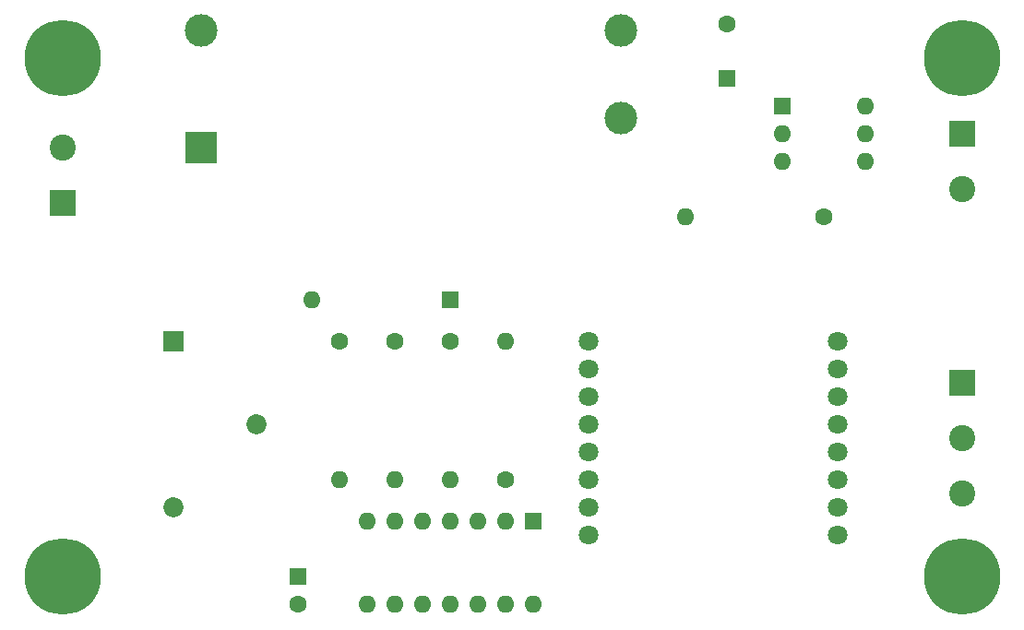
<source format=gbr>
%TF.GenerationSoftware,KiCad,Pcbnew,(5.1.10)-1*%
%TF.CreationDate,2022-05-21T15:35:01-04:00*%
%TF.ProjectId,Tool_Sensor,546f6f6c-5f53-4656-9e73-6f722e6b6963,rev?*%
%TF.SameCoordinates,Original*%
%TF.FileFunction,Soldermask,Bot*%
%TF.FilePolarity,Negative*%
%FSLAX46Y46*%
G04 Gerber Fmt 4.6, Leading zero omitted, Abs format (unit mm)*
G04 Created by KiCad (PCBNEW (5.1.10)-1) date 2022-05-21 15:35:01*
%MOMM*%
%LPD*%
G01*
G04 APERTURE LIST*
%ADD10C,1.850000*%
%ADD11R,1.850000X1.850000*%
%ADD12C,2.400000*%
%ADD13R,2.400000X2.400000*%
%ADD14R,3.000000X3.000000*%
%ADD15C,3.000000*%
%ADD16R,1.600000X1.600000*%
%ADD17O,1.600000X1.600000*%
%ADD18C,1.600000*%
%ADD19C,7.000000*%
%ADD20C,1.800000*%
G04 APERTURE END LIST*
D10*
%TO.C,T1*%
X109220000Y-118110000D03*
X101600000Y-125730000D03*
D11*
X101600000Y-110490000D03*
%TD*%
D12*
%TO.C,J1*%
X91440000Y-92710000D03*
D13*
X91440000Y-97790000D03*
%TD*%
%TO.C,J2*%
X173990000Y-114300000D03*
D12*
X173990000Y-119380000D03*
X173990000Y-124460000D03*
%TD*%
D13*
%TO.C,J3*%
X173990000Y-91440000D03*
D12*
X173990000Y-96520000D03*
%TD*%
D14*
%TO.C,PS1*%
X104140000Y-92710000D03*
D15*
X142640000Y-89960000D03*
X104140000Y-81960000D03*
X142640000Y-81960000D03*
%TD*%
D16*
%TO.C,U3*%
X157480000Y-88900000D03*
D17*
X165100000Y-93980000D03*
X157480000Y-91440000D03*
X165100000Y-91440000D03*
X157480000Y-93980000D03*
X165100000Y-88900000D03*
%TD*%
D18*
%TO.C,C2*%
X152400000Y-81360000D03*
D16*
X152400000Y-86360000D03*
%TD*%
D19*
%TO.C,*%
X91440000Y-84455000D03*
%TD*%
%TO.C,*%
X91440000Y-132080000D03*
%TD*%
%TO.C,*%
X173990000Y-132080000D03*
%TD*%
%TO.C,*%
X173990000Y-84455000D03*
%TD*%
D20*
%TO.C,U2*%
X139700000Y-128270000D03*
X162560000Y-128270000D03*
X139700000Y-125730000D03*
X162560000Y-125730000D03*
X139700000Y-123190000D03*
X162560000Y-123190000D03*
X139700000Y-120650000D03*
X162560000Y-120650000D03*
X139700000Y-118110000D03*
X162560000Y-118110000D03*
X139700000Y-115570000D03*
X162560000Y-115570000D03*
X139700000Y-113030000D03*
X162560000Y-113030000D03*
X139700000Y-110490000D03*
X162560000Y-110490000D03*
%TD*%
D17*
%TO.C,U1*%
X134620000Y-134620000D03*
X119380000Y-127000000D03*
X132080000Y-134620000D03*
X121920000Y-127000000D03*
X129540000Y-134620000D03*
X124460000Y-127000000D03*
X127000000Y-134620000D03*
X127000000Y-127000000D03*
X124460000Y-134620000D03*
X129540000Y-127000000D03*
X121920000Y-134620000D03*
X132080000Y-127000000D03*
X119380000Y-134620000D03*
D16*
X134620000Y-127000000D03*
%TD*%
D17*
%TO.C,R5*%
X148590000Y-99060000D03*
D18*
X161290000Y-99060000D03*
%TD*%
D17*
%TO.C,R4*%
X121920000Y-123190000D03*
D18*
X121920000Y-110490000D03*
%TD*%
D17*
%TO.C,R3*%
X132080000Y-110490000D03*
D18*
X132080000Y-123190000D03*
%TD*%
D17*
%TO.C,R2*%
X127000000Y-123190000D03*
D18*
X127000000Y-110490000D03*
%TD*%
D17*
%TO.C,R1*%
X116840000Y-123190000D03*
D18*
X116840000Y-110490000D03*
%TD*%
D16*
%TO.C,C1*%
X113030000Y-132080000D03*
D18*
X113030000Y-134580000D03*
%TD*%
D16*
%TO.C,D1*%
X127000000Y-106680000D03*
D17*
X114300000Y-106680000D03*
%TD*%
M02*

</source>
